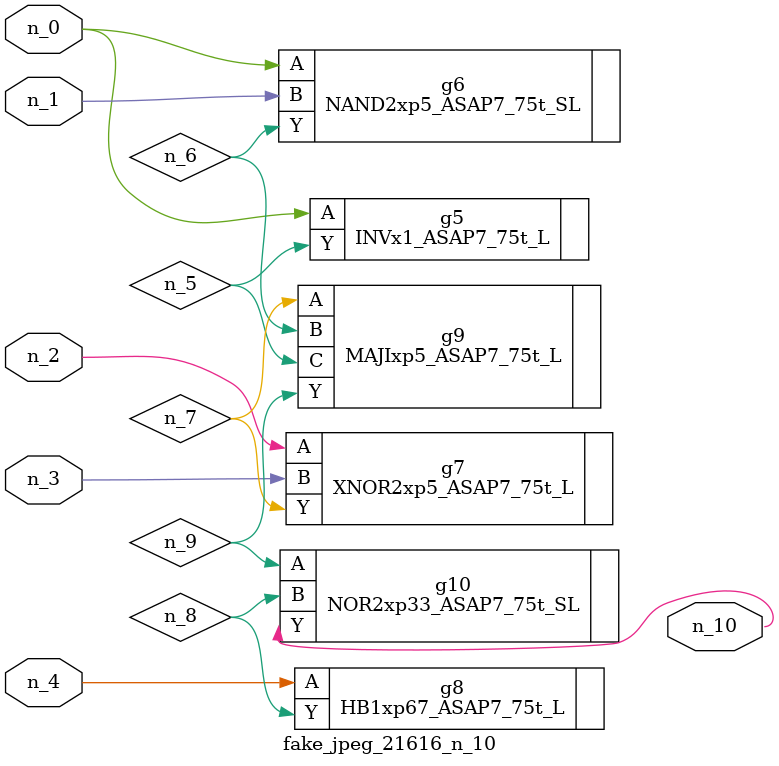
<source format=v>
module fake_jpeg_21616_n_10 (n_3, n_2, n_1, n_0, n_4, n_10);

input n_3;
input n_2;
input n_1;
input n_0;
input n_4;

output n_10;

wire n_8;
wire n_9;
wire n_6;
wire n_5;
wire n_7;

INVx1_ASAP7_75t_L g5 ( 
.A(n_0),
.Y(n_5)
);

NAND2xp5_ASAP7_75t_SL g6 ( 
.A(n_0),
.B(n_1),
.Y(n_6)
);

XNOR2xp5_ASAP7_75t_L g7 ( 
.A(n_2),
.B(n_3),
.Y(n_7)
);

HB1xp67_ASAP7_75t_L g8 ( 
.A(n_4),
.Y(n_8)
);

MAJIxp5_ASAP7_75t_L g9 ( 
.A(n_7),
.B(n_6),
.C(n_5),
.Y(n_9)
);

NOR2xp33_ASAP7_75t_SL g10 ( 
.A(n_9),
.B(n_8),
.Y(n_10)
);


endmodule
</source>
